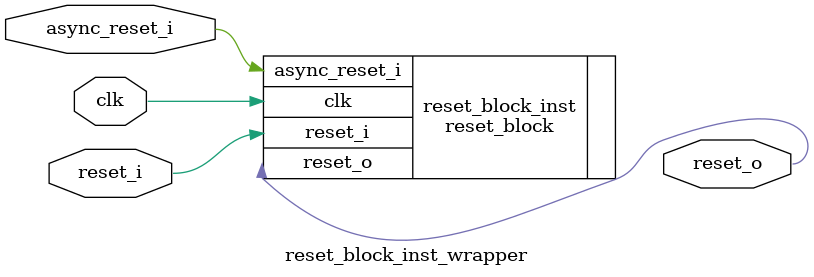
<source format=v>

module reset_block_inst_wrapper
  (
    clk,
    async_reset_i,
    reset_i,
    reset_o
  );
  input clk;
  input async_reset_i;
  input reset_i;
  output reset_o;

  reset_block
    #(
      .DELAY ( 10 ),
      .WIDTH ( 50 )
    )
    reset_block_inst (
      .clk ( clk ),
      .async_reset_i ( async_reset_i ),
      .reset_i ( reset_i ),
      .reset_o ( reset_o )
    );

endmodule


</source>
